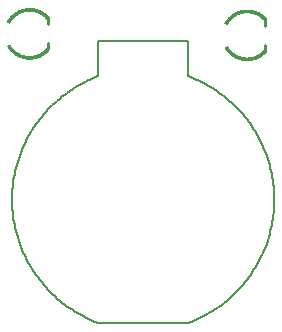
<source format=gbo>
G04 EAGLE Gerber X2 export*
G75*
%MOMM*%
%FSLAX34Y34*%
%LPD*%
%AMOC8*
5,1,8,0,0,1.08239X$1,22.5*%
G01*
%ADD10C,0.025400*%
%ADD11C,0.254000*%
%ADD12C,0.203200*%


D10*
X370736Y533268D02*
X368980Y531804D01*
X368980Y531805D02*
X368679Y532152D01*
X368370Y532492D01*
X368053Y532825D01*
X367728Y533150D01*
X367396Y533467D01*
X367056Y533776D01*
X366708Y534077D01*
X366354Y534370D01*
X365992Y534653D01*
X365624Y534928D01*
X365249Y535195D01*
X364868Y535452D01*
X364481Y535700D01*
X364089Y535938D01*
X363690Y536167D01*
X363286Y536387D01*
X362878Y536597D01*
X362464Y536797D01*
X362045Y536987D01*
X361622Y537166D01*
X361195Y537336D01*
X360764Y537495D01*
X360329Y537644D01*
X359891Y537783D01*
X359450Y537911D01*
X359005Y538028D01*
X358558Y538135D01*
X358109Y538231D01*
X357657Y538316D01*
X357204Y538390D01*
X356748Y538454D01*
X356292Y538506D01*
X355834Y538548D01*
X355376Y538578D01*
X354916Y538598D01*
X354457Y538607D01*
X354456Y540892D01*
X354457Y540893D01*
X354972Y540883D01*
X355487Y540862D01*
X356001Y540828D01*
X356514Y540782D01*
X357026Y540723D01*
X357536Y540652D01*
X358045Y540569D01*
X358551Y540474D01*
X359055Y540366D01*
X359556Y540247D01*
X360054Y540116D01*
X360549Y539972D01*
X361040Y539817D01*
X361528Y539650D01*
X362011Y539471D01*
X362490Y539281D01*
X362964Y539080D01*
X363433Y538867D01*
X363897Y538643D01*
X364356Y538408D01*
X364808Y538161D01*
X365255Y537905D01*
X365695Y537637D01*
X366129Y537359D01*
X366556Y537071D01*
X366976Y536772D01*
X367388Y536463D01*
X367794Y536145D01*
X368191Y535817D01*
X368580Y535480D01*
X368961Y535133D01*
X369334Y534777D01*
X369698Y534413D01*
X370053Y534040D01*
X370399Y533658D01*
X370736Y533268D01*
X370552Y533114D01*
X370219Y533500D01*
X369877Y533877D01*
X369525Y534246D01*
X369165Y534606D01*
X368797Y534958D01*
X368420Y535301D01*
X368035Y535634D01*
X367642Y535959D01*
X367242Y536273D01*
X366834Y536578D01*
X366419Y536874D01*
X365997Y537159D01*
X365568Y537434D01*
X365132Y537698D01*
X364691Y537952D01*
X364243Y538195D01*
X363790Y538428D01*
X363332Y538649D01*
X362868Y538860D01*
X362399Y539059D01*
X361925Y539247D01*
X361448Y539424D01*
X360966Y539589D01*
X360480Y539742D01*
X359991Y539884D01*
X359498Y540014D01*
X359003Y540132D01*
X358505Y540238D01*
X358004Y540333D01*
X357501Y540415D01*
X356997Y540485D01*
X356491Y540543D01*
X355983Y540588D01*
X355475Y540622D01*
X354966Y540643D01*
X354457Y540653D01*
X354457Y540413D01*
X354960Y540404D01*
X355463Y540382D01*
X355966Y540349D01*
X356467Y540304D01*
X356968Y540247D01*
X357466Y540177D01*
X357963Y540096D01*
X358458Y540003D01*
X358951Y539898D01*
X359440Y539781D01*
X359927Y539653D01*
X360411Y539513D01*
X360891Y539361D01*
X361367Y539198D01*
X361840Y539023D01*
X362308Y538837D01*
X362771Y538640D01*
X363230Y538432D01*
X363683Y538213D01*
X364131Y537983D01*
X364574Y537743D01*
X365010Y537492D01*
X365440Y537230D01*
X365864Y536958D01*
X366282Y536677D01*
X366692Y536385D01*
X367095Y536083D01*
X367491Y535772D01*
X367880Y535452D01*
X368260Y535122D01*
X368633Y534783D01*
X368997Y534436D01*
X369353Y534079D01*
X369700Y533715D01*
X370038Y533342D01*
X370368Y532961D01*
X370183Y532807D01*
X369858Y533184D01*
X369523Y533552D01*
X369180Y533913D01*
X368828Y534265D01*
X368468Y534608D01*
X368100Y534943D01*
X367724Y535269D01*
X367340Y535586D01*
X366949Y535893D01*
X366550Y536191D01*
X366144Y536480D01*
X365732Y536758D01*
X365313Y537027D01*
X364888Y537285D01*
X364456Y537533D01*
X364019Y537771D01*
X363576Y537998D01*
X363128Y538215D01*
X362675Y538420D01*
X362217Y538615D01*
X361754Y538799D01*
X361287Y538971D01*
X360816Y539133D01*
X360342Y539283D01*
X359864Y539421D01*
X359383Y539548D01*
X358899Y539664D01*
X358412Y539767D01*
X357923Y539860D01*
X357431Y539940D01*
X356939Y540008D01*
X356444Y540065D01*
X355948Y540110D01*
X355452Y540143D01*
X354954Y540164D01*
X354457Y540173D01*
X354457Y539933D01*
X354949Y539924D01*
X355440Y539903D01*
X355931Y539870D01*
X356421Y539826D01*
X356909Y539770D01*
X357397Y539702D01*
X357882Y539623D01*
X358365Y539532D01*
X358846Y539429D01*
X359325Y539315D01*
X359800Y539190D01*
X360273Y539053D01*
X360742Y538905D01*
X361207Y538745D01*
X361668Y538575D01*
X362126Y538393D01*
X362578Y538201D01*
X363026Y537997D01*
X363469Y537784D01*
X363907Y537559D01*
X364339Y537324D01*
X364765Y537079D01*
X365185Y536823D01*
X365600Y536558D01*
X366007Y536283D01*
X366408Y535998D01*
X366802Y535703D01*
X367189Y535399D01*
X367568Y535086D01*
X367940Y534764D01*
X368304Y534433D01*
X368660Y534094D01*
X369007Y533746D01*
X369347Y533390D01*
X369677Y533026D01*
X369999Y532653D01*
X369814Y532500D01*
X369497Y532867D01*
X369170Y533227D01*
X368835Y533579D01*
X368491Y533923D01*
X368140Y534259D01*
X367780Y534585D01*
X367413Y534904D01*
X367038Y535213D01*
X366655Y535513D01*
X366266Y535804D01*
X365870Y536086D01*
X365467Y536358D01*
X365058Y536620D01*
X364643Y536872D01*
X364221Y537115D01*
X363794Y537347D01*
X363362Y537569D01*
X362924Y537780D01*
X362482Y537981D01*
X362034Y538171D01*
X361583Y538351D01*
X361127Y538519D01*
X360667Y538677D01*
X360204Y538823D01*
X359737Y538958D01*
X359267Y539082D01*
X358794Y539195D01*
X358319Y539297D01*
X357841Y539386D01*
X357362Y539465D01*
X356880Y539532D01*
X356397Y539587D01*
X355913Y539631D01*
X355428Y539663D01*
X354943Y539684D01*
X354457Y539693D01*
X354457Y539453D01*
X354937Y539444D01*
X355417Y539423D01*
X355896Y539392D01*
X356374Y539348D01*
X356851Y539294D01*
X357327Y539227D01*
X357801Y539150D01*
X358272Y539061D01*
X358742Y538961D01*
X359209Y538849D01*
X359673Y538727D01*
X360135Y538593D01*
X360592Y538448D01*
X361047Y538293D01*
X361497Y538126D01*
X361943Y537949D01*
X362385Y537761D01*
X362823Y537563D01*
X363255Y537354D01*
X363682Y537135D01*
X364104Y536905D01*
X364520Y536666D01*
X364931Y536417D01*
X365335Y536158D01*
X365733Y535889D01*
X366124Y535611D01*
X366509Y535323D01*
X366887Y535027D01*
X367257Y534721D01*
X367620Y534407D01*
X367975Y534084D01*
X368323Y533752D01*
X368662Y533413D01*
X368993Y533065D01*
X369316Y532709D01*
X369630Y532346D01*
X369446Y532193D01*
X369135Y532551D01*
X368817Y532902D01*
X368489Y533246D01*
X368154Y533581D01*
X367811Y533909D01*
X367460Y534228D01*
X367101Y534538D01*
X366735Y534840D01*
X366362Y535133D01*
X365982Y535417D01*
X365596Y535692D01*
X365203Y535957D01*
X364803Y536213D01*
X364398Y536460D01*
X363987Y536696D01*
X363570Y536923D01*
X363148Y537139D01*
X362721Y537345D01*
X362289Y537541D01*
X361852Y537727D01*
X361411Y537902D01*
X360967Y538067D01*
X360518Y538220D01*
X360066Y538363D01*
X359610Y538495D01*
X359151Y538617D01*
X358690Y538727D01*
X358226Y538826D01*
X357760Y538913D01*
X357292Y538990D01*
X356822Y539055D01*
X356351Y539110D01*
X355878Y539152D01*
X355405Y539184D01*
X354931Y539204D01*
X354457Y539213D01*
X354457Y538973D01*
X354925Y538964D01*
X355393Y538944D01*
X355861Y538913D01*
X356327Y538871D01*
X356793Y538817D01*
X357257Y538753D01*
X357719Y538677D01*
X358180Y538590D01*
X358638Y538492D01*
X359094Y538384D01*
X359546Y538264D01*
X359996Y538133D01*
X360443Y537992D01*
X360886Y537840D01*
X361326Y537678D01*
X361761Y537505D01*
X362192Y537322D01*
X362619Y537128D01*
X363041Y536924D01*
X363458Y536710D01*
X363869Y536487D01*
X364275Y536253D01*
X364676Y536010D01*
X365070Y535757D01*
X365459Y535495D01*
X365840Y535224D01*
X366216Y534943D01*
X366584Y534654D01*
X366946Y534356D01*
X367300Y534049D01*
X367646Y533734D01*
X367986Y533411D01*
X368317Y533079D01*
X368640Y532740D01*
X368955Y532393D01*
X369261Y532039D01*
X369077Y531885D01*
X368774Y532235D01*
X368463Y532578D01*
X368144Y532913D01*
X367817Y533240D01*
X367482Y533559D01*
X367140Y533870D01*
X366790Y534173D01*
X366433Y534467D01*
X366069Y534753D01*
X365699Y535030D01*
X365321Y535298D01*
X364938Y535557D01*
X364548Y535807D01*
X364153Y536047D01*
X363752Y536277D01*
X363345Y536498D01*
X362934Y536709D01*
X362517Y536911D01*
X362096Y537102D01*
X361670Y537283D01*
X361240Y537454D01*
X360806Y537614D01*
X360368Y537764D01*
X359927Y537904D01*
X359483Y538032D01*
X359036Y538151D01*
X358586Y538258D01*
X358133Y538355D01*
X357679Y538440D01*
X357222Y538515D01*
X356764Y538579D01*
X356304Y538632D01*
X355843Y538674D01*
X355382Y538704D01*
X354919Y538724D01*
X354457Y538733D01*
X354204Y540892D02*
X354204Y538606D01*
X354203Y538607D02*
X353738Y538598D01*
X353273Y538578D01*
X352809Y538547D01*
X352346Y538504D01*
X351884Y538450D01*
X351423Y538385D01*
X350964Y538309D01*
X350507Y538222D01*
X350052Y538124D01*
X349600Y538014D01*
X349150Y537894D01*
X348704Y537763D01*
X348261Y537621D01*
X347821Y537468D01*
X347386Y537305D01*
X346954Y537131D01*
X346527Y536947D01*
X346104Y536753D01*
X345686Y536548D01*
X345273Y536333D01*
X344866Y536108D01*
X344464Y535874D01*
X344068Y535630D01*
X343678Y535376D01*
X343294Y535113D01*
X342917Y534840D01*
X342547Y534559D01*
X342183Y534269D01*
X341827Y533970D01*
X341478Y533662D01*
X341136Y533346D01*
X340802Y533022D01*
X340477Y532689D01*
X340159Y532349D01*
X339850Y532002D01*
X339549Y531647D01*
X339257Y531285D01*
X338974Y530915D01*
X338700Y530539D01*
X338435Y530157D01*
X338179Y529768D01*
X337933Y529373D01*
X337697Y528972D01*
X337470Y528566D01*
X335453Y529641D01*
X335453Y529642D01*
X335707Y530097D01*
X335971Y530547D01*
X336247Y530989D01*
X336533Y531425D01*
X336830Y531854D01*
X337136Y532276D01*
X337454Y532690D01*
X337781Y533096D01*
X338118Y533494D01*
X338464Y533883D01*
X338820Y534265D01*
X339185Y534637D01*
X339559Y535000D01*
X339941Y535355D01*
X340332Y535700D01*
X340732Y536035D01*
X341139Y536360D01*
X341554Y536676D01*
X341977Y536981D01*
X342407Y537276D01*
X342844Y537560D01*
X343288Y537834D01*
X343738Y538097D01*
X344195Y538349D01*
X344657Y538589D01*
X345126Y538819D01*
X345599Y539037D01*
X346078Y539243D01*
X346562Y539438D01*
X347050Y539620D01*
X347543Y539791D01*
X348040Y539950D01*
X348540Y540097D01*
X349044Y540232D01*
X349551Y540354D01*
X350060Y540464D01*
X350573Y540561D01*
X351087Y540646D01*
X351604Y540719D01*
X352121Y540779D01*
X352641Y540826D01*
X353161Y540861D01*
X353682Y540883D01*
X354203Y540893D01*
X354203Y540653D01*
X353688Y540643D01*
X353173Y540621D01*
X352658Y540587D01*
X352145Y540540D01*
X351633Y540481D01*
X351122Y540409D01*
X350614Y540325D01*
X350107Y540228D01*
X349603Y540120D01*
X349102Y539999D01*
X348604Y539866D01*
X348109Y539721D01*
X347618Y539563D01*
X347131Y539394D01*
X346649Y539214D01*
X346170Y539021D01*
X345697Y538817D01*
X345228Y538602D01*
X344765Y538375D01*
X344308Y538137D01*
X343857Y537888D01*
X343411Y537628D01*
X342973Y537358D01*
X342540Y537077D01*
X342115Y536785D01*
X341697Y536483D01*
X341287Y536171D01*
X340884Y535849D01*
X340489Y535518D01*
X340103Y535177D01*
X339724Y534827D01*
X339355Y534467D01*
X338994Y534099D01*
X338642Y533722D01*
X338299Y533337D01*
X337966Y532943D01*
X337643Y532542D01*
X337329Y532133D01*
X337026Y531716D01*
X336733Y531292D01*
X336450Y530861D01*
X336177Y530423D01*
X335916Y529979D01*
X335665Y529529D01*
X335876Y529416D01*
X336124Y529861D01*
X336383Y530300D01*
X336652Y530733D01*
X336932Y531159D01*
X337222Y531578D01*
X337522Y531990D01*
X337832Y532394D01*
X338152Y532791D01*
X338481Y533180D01*
X338820Y533561D01*
X339168Y533934D01*
X339524Y534298D01*
X339890Y534653D01*
X340264Y534999D01*
X340646Y535336D01*
X341036Y535664D01*
X341435Y535982D01*
X341840Y536290D01*
X342254Y536589D01*
X342674Y536877D01*
X343101Y537155D01*
X343535Y537423D01*
X343975Y537679D01*
X344421Y537926D01*
X344873Y538161D01*
X345331Y538385D01*
X345794Y538598D01*
X346262Y538800D01*
X346735Y538990D01*
X347212Y539169D01*
X347694Y539336D01*
X348179Y539491D01*
X348668Y539634D01*
X349161Y539766D01*
X349656Y539886D01*
X350154Y539993D01*
X350655Y540088D01*
X351158Y540172D01*
X351662Y540243D01*
X352169Y540301D01*
X352676Y540348D01*
X353185Y540382D01*
X353694Y540403D01*
X354203Y540413D01*
X354203Y540173D01*
X353700Y540163D01*
X353196Y540142D01*
X352694Y540108D01*
X352192Y540062D01*
X351692Y540004D01*
X351193Y539934D01*
X350696Y539852D01*
X350201Y539758D01*
X349709Y539651D01*
X349219Y539533D01*
X348732Y539403D01*
X348249Y539261D01*
X347769Y539108D01*
X347293Y538943D01*
X346821Y538766D01*
X346354Y538578D01*
X345892Y538379D01*
X345434Y538168D01*
X344981Y537946D01*
X344535Y537714D01*
X344093Y537471D01*
X343658Y537217D01*
X343230Y536952D01*
X342807Y536678D01*
X342392Y536393D01*
X341984Y536098D01*
X341582Y535793D01*
X341189Y535479D01*
X340803Y535155D01*
X340425Y534822D01*
X340055Y534479D01*
X339694Y534128D01*
X339342Y533768D01*
X338998Y533400D01*
X338663Y533024D01*
X338338Y532639D01*
X338022Y532247D01*
X337715Y531847D01*
X337419Y531440D01*
X337132Y531026D01*
X336855Y530605D01*
X336589Y530177D01*
X336333Y529743D01*
X336088Y529303D01*
X336300Y529190D01*
X336542Y529625D01*
X336795Y530054D01*
X337058Y530476D01*
X337332Y530893D01*
X337615Y531302D01*
X337908Y531704D01*
X338211Y532099D01*
X338523Y532487D01*
X338845Y532867D01*
X339176Y533239D01*
X339516Y533603D01*
X339864Y533959D01*
X340221Y534306D01*
X340586Y534644D01*
X340960Y534973D01*
X341341Y535293D01*
X341730Y535604D01*
X342127Y535905D01*
X342530Y536196D01*
X342941Y536478D01*
X343358Y536750D01*
X343782Y537011D01*
X344212Y537262D01*
X344648Y537502D01*
X345089Y537732D01*
X345537Y537951D01*
X345989Y538159D01*
X346446Y538356D01*
X346908Y538542D01*
X347374Y538717D01*
X347844Y538880D01*
X348319Y539032D01*
X348796Y539172D01*
X349277Y539300D01*
X349761Y539417D01*
X350248Y539522D01*
X350737Y539616D01*
X351228Y539697D01*
X351721Y539766D01*
X352216Y539824D01*
X352711Y539869D01*
X353208Y539902D01*
X353706Y539923D01*
X354203Y539933D01*
X354203Y539693D01*
X353712Y539684D01*
X353220Y539663D01*
X352729Y539630D01*
X352239Y539585D01*
X351751Y539528D01*
X351263Y539459D01*
X350778Y539379D01*
X350295Y539287D01*
X349814Y539183D01*
X349336Y539068D01*
X348860Y538941D01*
X348388Y538802D01*
X347920Y538652D01*
X347455Y538491D01*
X346994Y538318D01*
X346538Y538134D01*
X346086Y537940D01*
X345639Y537734D01*
X345197Y537518D01*
X344761Y537291D01*
X344330Y537053D01*
X343905Y536805D01*
X343487Y536547D01*
X343074Y536279D01*
X342669Y536000D01*
X342270Y535712D01*
X341878Y535415D01*
X341494Y535108D01*
X341117Y534791D01*
X340748Y534466D01*
X340387Y534132D01*
X340034Y533789D01*
X339689Y533438D01*
X339354Y533078D01*
X339027Y532710D01*
X338709Y532335D01*
X338400Y531952D01*
X338101Y531562D01*
X337811Y531164D01*
X337531Y530759D01*
X337261Y530348D01*
X337001Y529931D01*
X336751Y529507D01*
X336512Y529077D01*
X336724Y528964D01*
X336960Y529389D01*
X337207Y529807D01*
X337464Y530220D01*
X337731Y530626D01*
X338008Y531026D01*
X338294Y531419D01*
X338590Y531804D01*
X338895Y532183D01*
X339209Y532554D01*
X339532Y532917D01*
X339863Y533272D01*
X340204Y533619D01*
X340552Y533958D01*
X340909Y534288D01*
X341274Y534610D01*
X341646Y534922D01*
X342026Y535226D01*
X342413Y535520D01*
X342807Y535804D01*
X343208Y536079D01*
X343615Y536344D01*
X344029Y536599D01*
X344449Y536844D01*
X344874Y537079D01*
X345305Y537303D01*
X345742Y537517D01*
X346184Y537720D01*
X346630Y537913D01*
X347081Y538094D01*
X347536Y538265D01*
X347995Y538424D01*
X348458Y538572D01*
X348924Y538709D01*
X349394Y538835D01*
X349867Y538949D01*
X350342Y539052D01*
X350819Y539143D01*
X351299Y539222D01*
X351780Y539290D01*
X352263Y539346D01*
X352747Y539390D01*
X353232Y539423D01*
X353717Y539444D01*
X354203Y539453D01*
X354203Y539213D01*
X353723Y539204D01*
X353244Y539183D01*
X352765Y539151D01*
X352286Y539107D01*
X351809Y539052D01*
X351334Y538985D01*
X350860Y538906D01*
X350389Y538816D01*
X349919Y538715D01*
X349452Y538602D01*
X348989Y538478D01*
X348528Y538343D01*
X348071Y538196D01*
X347617Y538039D01*
X347167Y537870D01*
X346722Y537691D01*
X346281Y537501D01*
X345845Y537300D01*
X345413Y537089D01*
X344987Y536867D01*
X344567Y536636D01*
X344152Y536394D01*
X343744Y536141D01*
X343341Y535880D01*
X342945Y535608D01*
X342556Y535327D01*
X342173Y535036D01*
X341798Y534737D01*
X341430Y534428D01*
X341070Y534111D01*
X340718Y533784D01*
X340374Y533450D01*
X340037Y533107D01*
X339710Y532756D01*
X339391Y532397D01*
X339080Y532031D01*
X338779Y531657D01*
X338487Y531276D01*
X338204Y530888D01*
X337931Y530493D01*
X337667Y530092D01*
X337413Y529684D01*
X337169Y529271D01*
X336935Y528851D01*
X337147Y528738D01*
X337378Y529152D01*
X337619Y529561D01*
X337870Y529964D01*
X338130Y530360D01*
X338400Y530750D01*
X338680Y531133D01*
X338968Y531509D01*
X339266Y531879D01*
X339572Y532241D01*
X339888Y532595D01*
X340211Y532942D01*
X340543Y533280D01*
X340884Y533611D01*
X341232Y533933D01*
X341587Y534247D01*
X341951Y534551D01*
X342321Y534847D01*
X342699Y535134D01*
X343083Y535412D01*
X343475Y535680D01*
X343872Y535939D01*
X344276Y536188D01*
X344685Y536427D01*
X345101Y536656D01*
X345521Y536875D01*
X345947Y537083D01*
X346378Y537282D01*
X346814Y537469D01*
X347254Y537647D01*
X347698Y537813D01*
X348146Y537968D01*
X348598Y538113D01*
X349053Y538247D01*
X349511Y538369D01*
X349972Y538481D01*
X350435Y538581D01*
X350901Y538670D01*
X351369Y538747D01*
X351839Y538813D01*
X352310Y538868D01*
X352782Y538912D01*
X353255Y538943D01*
X353729Y538964D01*
X354203Y538973D01*
X354203Y538733D01*
X353735Y538724D01*
X353267Y538704D01*
X352800Y538672D01*
X352333Y538629D01*
X351868Y538575D01*
X351404Y538510D01*
X350942Y538433D01*
X350482Y538345D01*
X350024Y538246D01*
X349569Y538136D01*
X349117Y538015D01*
X348667Y537883D01*
X348221Y537741D01*
X347779Y537587D01*
X347340Y537423D01*
X346906Y537248D01*
X346476Y537062D01*
X346050Y536867D01*
X345629Y536660D01*
X345214Y536444D01*
X344804Y536218D01*
X344399Y535982D01*
X344001Y535736D01*
X343608Y535481D01*
X343222Y535216D01*
X342842Y534942D01*
X342469Y534658D01*
X342103Y534366D01*
X341744Y534065D01*
X341393Y533755D01*
X341049Y533437D01*
X340713Y533111D01*
X340385Y532776D01*
X340066Y532434D01*
X339754Y532084D01*
X339451Y531727D01*
X339158Y531362D01*
X338872Y530990D01*
X338597Y530612D01*
X338330Y530227D01*
X338073Y529835D01*
X337825Y529438D01*
X337587Y529034D01*
X337359Y528625D01*
X354456Y497968D02*
X354456Y500254D01*
X354457Y500253D02*
X354925Y500262D01*
X355393Y500283D01*
X355861Y500314D01*
X356328Y500357D01*
X356793Y500412D01*
X357257Y500478D01*
X357719Y500555D01*
X358179Y500643D01*
X358637Y500743D01*
X359093Y500854D01*
X359545Y500976D01*
X359994Y501109D01*
X360440Y501253D01*
X360883Y501407D01*
X361321Y501573D01*
X361755Y501749D01*
X362185Y501936D01*
X362610Y502133D01*
X363030Y502340D01*
X363445Y502558D01*
X363855Y502786D01*
X364259Y503023D01*
X364657Y503271D01*
X365048Y503528D01*
X365434Y503795D01*
X365813Y504071D01*
X366184Y504356D01*
X366549Y504650D01*
X366907Y504953D01*
X367257Y505265D01*
X367599Y505585D01*
X367933Y505913D01*
X368259Y506249D01*
X368577Y506594D01*
X368887Y506946D01*
X370631Y505469D01*
X370632Y505469D01*
X370285Y505074D01*
X369929Y504688D01*
X369564Y504311D01*
X369189Y503942D01*
X368806Y503583D01*
X368413Y503234D01*
X368013Y502894D01*
X367604Y502564D01*
X367187Y502244D01*
X366763Y501935D01*
X366331Y501636D01*
X365892Y501347D01*
X365446Y501070D01*
X364993Y500803D01*
X364534Y500548D01*
X364069Y500304D01*
X363598Y500071D01*
X363121Y499850D01*
X362639Y499641D01*
X362152Y499443D01*
X361661Y499258D01*
X361165Y499084D01*
X360665Y498923D01*
X360161Y498774D01*
X359654Y498638D01*
X359143Y498514D01*
X358630Y498402D01*
X358114Y498303D01*
X357596Y498217D01*
X357076Y498143D01*
X356554Y498083D01*
X356031Y498035D01*
X355507Y497999D01*
X354982Y497977D01*
X354457Y497967D01*
X354457Y498207D01*
X354976Y498217D01*
X355495Y498239D01*
X356013Y498274D01*
X356530Y498321D01*
X357046Y498382D01*
X357560Y498454D01*
X358073Y498540D01*
X358583Y498637D01*
X359090Y498748D01*
X359595Y498870D01*
X360097Y499005D01*
X360595Y499153D01*
X361089Y499312D01*
X361579Y499483D01*
X362065Y499667D01*
X362546Y499862D01*
X363023Y500069D01*
X363494Y500287D01*
X363960Y500517D01*
X364420Y500759D01*
X364873Y501011D01*
X365321Y501275D01*
X365762Y501549D01*
X366196Y501834D01*
X366623Y502130D01*
X367043Y502436D01*
X367455Y502752D01*
X367859Y503078D01*
X368255Y503414D01*
X368643Y503760D01*
X369022Y504115D01*
X369392Y504479D01*
X369754Y504852D01*
X370106Y505234D01*
X370449Y505624D01*
X370265Y505779D01*
X369927Y505393D01*
X369579Y505016D01*
X369221Y504647D01*
X368855Y504287D01*
X368480Y503936D01*
X368097Y503595D01*
X367705Y503263D01*
X367306Y502940D01*
X366899Y502628D01*
X366484Y502325D01*
X366062Y502033D01*
X365632Y501751D01*
X365196Y501480D01*
X364754Y501219D01*
X364305Y500970D01*
X363851Y500731D01*
X363390Y500504D01*
X362925Y500288D01*
X362454Y500083D01*
X361978Y499890D01*
X361497Y499709D01*
X361013Y499540D01*
X360524Y499382D01*
X360032Y499237D01*
X359536Y499103D01*
X359037Y498982D01*
X358535Y498873D01*
X358031Y498776D01*
X357525Y498692D01*
X357016Y498620D01*
X356506Y498560D01*
X355995Y498513D01*
X355483Y498479D01*
X354970Y498457D01*
X354457Y498447D01*
X354457Y498687D01*
X354964Y498697D01*
X355471Y498718D01*
X355977Y498753D01*
X356483Y498799D01*
X356987Y498858D01*
X357489Y498929D01*
X357990Y499012D01*
X358488Y499108D01*
X358984Y499216D01*
X359477Y499336D01*
X359967Y499468D01*
X360454Y499612D01*
X360937Y499767D01*
X361416Y499935D01*
X361891Y500114D01*
X362361Y500305D01*
X362826Y500507D01*
X363287Y500720D01*
X363742Y500945D01*
X364191Y501181D01*
X364635Y501428D01*
X365072Y501685D01*
X365503Y501953D01*
X365927Y502232D01*
X366344Y502520D01*
X366754Y502819D01*
X367157Y503128D01*
X367552Y503447D01*
X367939Y503775D01*
X368318Y504113D01*
X368688Y504460D01*
X369050Y504815D01*
X369403Y505180D01*
X369747Y505553D01*
X370082Y505934D01*
X369899Y506089D01*
X369568Y505712D01*
X369228Y505344D01*
X368879Y504984D01*
X368521Y504632D01*
X368155Y504289D01*
X367781Y503956D01*
X367398Y503631D01*
X367008Y503316D01*
X366610Y503011D01*
X366205Y502716D01*
X365792Y502430D01*
X365373Y502155D01*
X364947Y501890D01*
X364515Y501636D01*
X364077Y501392D01*
X363633Y501159D01*
X363183Y500937D01*
X362728Y500726D01*
X362268Y500526D01*
X361803Y500338D01*
X361334Y500160D01*
X360861Y499995D01*
X360383Y499841D01*
X359902Y499699D01*
X359418Y499568D01*
X358931Y499450D01*
X358441Y499343D01*
X357948Y499249D01*
X357454Y499166D01*
X356957Y499096D01*
X356459Y499038D01*
X355959Y498992D01*
X355459Y498958D01*
X354958Y498937D01*
X354457Y498927D01*
X354457Y499167D01*
X354952Y499177D01*
X355447Y499198D01*
X355942Y499231D01*
X356435Y499277D01*
X356927Y499334D01*
X357418Y499404D01*
X357907Y499485D01*
X358393Y499579D01*
X358878Y499684D01*
X359359Y499801D01*
X359838Y499930D01*
X360313Y500070D01*
X360785Y500223D01*
X361252Y500386D01*
X361716Y500561D01*
X362175Y500747D01*
X362630Y500945D01*
X363079Y501153D01*
X363524Y501373D01*
X363962Y501603D01*
X364396Y501844D01*
X364823Y502095D01*
X365243Y502357D01*
X365658Y502629D01*
X366065Y502911D01*
X366466Y503203D01*
X366859Y503505D01*
X367244Y503816D01*
X367622Y504136D01*
X367992Y504466D01*
X368354Y504804D01*
X368708Y505152D01*
X369053Y505508D01*
X369389Y505872D01*
X369716Y506244D01*
X369533Y506399D01*
X369209Y506031D01*
X368877Y505672D01*
X368537Y505320D01*
X368187Y504977D01*
X367830Y504642D01*
X367464Y504317D01*
X367091Y504000D01*
X366710Y503693D01*
X366321Y503395D01*
X365926Y503106D01*
X365523Y502828D01*
X365114Y502559D01*
X364698Y502300D01*
X364276Y502052D01*
X363848Y501814D01*
X363415Y501587D01*
X362976Y501370D01*
X362531Y501164D01*
X362082Y500969D01*
X361629Y500785D01*
X361171Y500612D01*
X360709Y500450D01*
X360243Y500300D01*
X359773Y500161D01*
X359300Y500034D01*
X358825Y499918D01*
X358346Y499814D01*
X357865Y499722D01*
X357382Y499641D01*
X356898Y499572D01*
X356411Y499515D01*
X355924Y499471D01*
X355435Y499438D01*
X354946Y499416D01*
X354457Y499407D01*
X354457Y499647D01*
X354940Y499656D01*
X355423Y499677D01*
X355906Y499710D01*
X356388Y499754D01*
X356868Y499810D01*
X357347Y499878D01*
X357824Y499958D01*
X358299Y500049D01*
X358771Y500152D01*
X359241Y500266D01*
X359708Y500392D01*
X360172Y500529D01*
X360632Y500678D01*
X361089Y500837D01*
X361541Y501008D01*
X361990Y501190D01*
X362433Y501383D01*
X362872Y501586D01*
X363306Y501800D01*
X363734Y502025D01*
X364157Y502260D01*
X364573Y502505D01*
X364984Y502761D01*
X365388Y503026D01*
X365786Y503302D01*
X366177Y503586D01*
X366561Y503881D01*
X366937Y504184D01*
X367306Y504497D01*
X367667Y504819D01*
X368020Y505149D01*
X368365Y505488D01*
X368702Y505835D01*
X369030Y506191D01*
X369349Y506554D01*
X369166Y506709D01*
X368851Y506350D01*
X368527Y505999D01*
X368194Y505656D01*
X367853Y505322D01*
X367505Y504995D01*
X367148Y504678D01*
X366783Y504369D01*
X366412Y504069D01*
X366033Y503778D01*
X365647Y503497D01*
X365254Y503225D01*
X364854Y502963D01*
X364449Y502711D01*
X364037Y502468D01*
X363620Y502236D01*
X363197Y502014D01*
X362768Y501803D01*
X362335Y501602D01*
X361897Y501411D01*
X361454Y501232D01*
X361007Y501063D01*
X360556Y500905D01*
X360102Y500759D01*
X359644Y500623D01*
X359182Y500499D01*
X358718Y500386D01*
X358251Y500284D01*
X357782Y500194D01*
X357311Y500116D01*
X356838Y500049D01*
X356364Y499993D01*
X355888Y499949D01*
X355411Y499917D01*
X354934Y499896D01*
X354457Y499887D01*
X354457Y500127D01*
X354928Y500136D01*
X355400Y500157D01*
X355870Y500189D01*
X356340Y500232D01*
X356809Y500287D01*
X357276Y500353D01*
X357741Y500431D01*
X358204Y500520D01*
X358665Y500620D01*
X359123Y500732D01*
X359579Y500854D01*
X360031Y500988D01*
X360480Y501133D01*
X360926Y501289D01*
X361367Y501455D01*
X361804Y501633D01*
X362237Y501821D01*
X362665Y502019D01*
X363088Y502228D01*
X363505Y502447D01*
X363918Y502676D01*
X364324Y502916D01*
X364725Y503165D01*
X365119Y503424D01*
X365507Y503692D01*
X365888Y503970D01*
X366263Y504257D01*
X366630Y504553D01*
X366990Y504858D01*
X367342Y505172D01*
X367687Y505494D01*
X368023Y505825D01*
X368351Y506163D01*
X368671Y506510D01*
X368983Y506864D01*
X335758Y508671D02*
X337743Y509806D01*
X337742Y509805D02*
X337980Y509407D01*
X338226Y509015D01*
X338483Y508630D01*
X338748Y508250D01*
X339022Y507877D01*
X339306Y507511D01*
X339598Y507152D01*
X339899Y506800D01*
X340208Y506455D01*
X340525Y506118D01*
X340851Y505788D01*
X341184Y505467D01*
X341525Y505153D01*
X341874Y504848D01*
X342229Y504552D01*
X342592Y504264D01*
X342962Y503985D01*
X343338Y503715D01*
X343721Y503454D01*
X344110Y503203D01*
X344504Y502961D01*
X344905Y502728D01*
X345311Y502506D01*
X345722Y502293D01*
X346139Y502090D01*
X346560Y501897D01*
X346985Y501715D01*
X347415Y501543D01*
X347849Y501381D01*
X348287Y501230D01*
X348728Y501089D01*
X349173Y500959D01*
X349620Y500840D01*
X350070Y500732D01*
X350523Y500634D01*
X350978Y500548D01*
X351435Y500473D01*
X351894Y500408D01*
X352354Y500355D01*
X352815Y500313D01*
X353277Y500282D01*
X353740Y500262D01*
X354203Y500253D01*
X354203Y497968D01*
X354203Y497967D01*
X353684Y497977D01*
X353165Y497999D01*
X352647Y498033D01*
X352130Y498080D01*
X351615Y498139D01*
X351101Y498211D01*
X350589Y498295D01*
X350079Y498392D01*
X349571Y498501D01*
X349067Y498622D01*
X348565Y498755D01*
X348067Y498901D01*
X347572Y499058D01*
X347082Y499228D01*
X346595Y499409D01*
X346113Y499602D01*
X345636Y499806D01*
X345165Y500022D01*
X344698Y500249D01*
X344237Y500488D01*
X343782Y500737D01*
X343333Y500998D01*
X342891Y501269D01*
X342455Y501551D01*
X342026Y501843D01*
X341604Y502146D01*
X341190Y502459D01*
X340784Y502781D01*
X340385Y503114D01*
X339994Y503456D01*
X339612Y503807D01*
X339239Y504167D01*
X338874Y504537D01*
X338519Y504915D01*
X338172Y505301D01*
X337835Y505696D01*
X337508Y506099D01*
X337191Y506509D01*
X336883Y506928D01*
X336586Y507353D01*
X336299Y507786D01*
X336023Y508225D01*
X335758Y508671D01*
X335966Y508790D01*
X336228Y508349D01*
X336502Y507915D01*
X336785Y507487D01*
X337079Y507066D01*
X337383Y506653D01*
X337697Y506247D01*
X338021Y505849D01*
X338354Y505458D01*
X338696Y505076D01*
X339048Y504703D01*
X339408Y504337D01*
X339777Y503981D01*
X340155Y503634D01*
X340541Y503296D01*
X340935Y502967D01*
X341337Y502648D01*
X341747Y502339D01*
X342164Y502040D01*
X342588Y501751D01*
X343019Y501472D01*
X343456Y501204D01*
X343900Y500946D01*
X344350Y500700D01*
X344805Y500464D01*
X345267Y500239D01*
X345733Y500026D01*
X346205Y499823D01*
X346681Y499633D01*
X347162Y499454D01*
X347647Y499286D01*
X348136Y499131D01*
X348629Y498987D01*
X349125Y498855D01*
X349624Y498735D01*
X350125Y498627D01*
X350630Y498532D01*
X351136Y498449D01*
X351644Y498378D01*
X352154Y498319D01*
X352665Y498272D01*
X353177Y498238D01*
X353690Y498217D01*
X354203Y498207D01*
X354203Y498447D01*
X353695Y498457D01*
X353189Y498478D01*
X352682Y498512D01*
X352177Y498558D01*
X351673Y498616D01*
X351171Y498686D01*
X350670Y498768D01*
X350172Y498863D01*
X349676Y498969D01*
X349183Y499088D01*
X348693Y499218D01*
X348206Y499360D01*
X347722Y499514D01*
X347243Y499680D01*
X346767Y499857D01*
X346297Y500045D01*
X345830Y500245D01*
X345369Y500456D01*
X344913Y500678D01*
X344462Y500911D01*
X344018Y501155D01*
X343579Y501410D01*
X343146Y501675D01*
X342721Y501951D01*
X342301Y502236D01*
X341889Y502532D01*
X341484Y502838D01*
X341087Y503153D01*
X340698Y503478D01*
X340316Y503812D01*
X339942Y504155D01*
X339577Y504508D01*
X339221Y504869D01*
X338873Y505238D01*
X338535Y505616D01*
X338206Y506002D01*
X337886Y506395D01*
X337575Y506797D01*
X337275Y507205D01*
X336984Y507621D01*
X336704Y508044D01*
X336434Y508473D01*
X336174Y508909D01*
X336383Y509028D01*
X336639Y508597D01*
X336906Y508173D01*
X337183Y507755D01*
X337471Y507344D01*
X337768Y506940D01*
X338074Y506544D01*
X338391Y506154D01*
X338716Y505773D01*
X339051Y505400D01*
X339394Y505035D01*
X339747Y504678D01*
X340107Y504330D01*
X340477Y503990D01*
X340854Y503660D01*
X341239Y503339D01*
X341632Y503027D01*
X342032Y502725D01*
X342439Y502433D01*
X342853Y502150D01*
X343274Y501878D01*
X343702Y501616D01*
X344136Y501364D01*
X344575Y501123D01*
X345021Y500893D01*
X345471Y500673D01*
X345927Y500465D01*
X346388Y500267D01*
X346854Y500081D01*
X347323Y499906D01*
X347797Y499742D01*
X348275Y499590D01*
X348756Y499450D01*
X349241Y499321D01*
X349729Y499204D01*
X350219Y499098D01*
X350711Y499005D01*
X351206Y498923D01*
X351703Y498854D01*
X352201Y498796D01*
X352700Y498751D01*
X353200Y498718D01*
X353701Y498697D01*
X354203Y498687D01*
X354203Y498927D01*
X353707Y498936D01*
X353212Y498957D01*
X352718Y498990D01*
X352224Y499035D01*
X351732Y499092D01*
X351241Y499161D01*
X350752Y499241D01*
X350265Y499334D01*
X349781Y499438D01*
X349299Y499554D01*
X348820Y499681D01*
X348345Y499820D01*
X347872Y499970D01*
X347404Y500132D01*
X346940Y500305D01*
X346480Y500489D01*
X346024Y500684D01*
X345574Y500890D01*
X345128Y501107D01*
X344688Y501335D01*
X344254Y501573D01*
X343825Y501822D01*
X343402Y502081D01*
X342986Y502350D01*
X342577Y502629D01*
X342174Y502918D01*
X341779Y503217D01*
X341391Y503525D01*
X341010Y503842D01*
X340637Y504169D01*
X340273Y504504D01*
X339916Y504848D01*
X339568Y505201D01*
X339228Y505561D01*
X338897Y505930D01*
X338576Y506307D01*
X338263Y506692D01*
X337960Y507084D01*
X337666Y507483D01*
X337383Y507889D01*
X337109Y508302D01*
X336845Y508721D01*
X336591Y509147D01*
X336799Y509266D01*
X337050Y508846D01*
X337311Y508431D01*
X337582Y508023D01*
X337862Y507622D01*
X338152Y507227D01*
X338452Y506840D01*
X338761Y506460D01*
X339079Y506088D01*
X339405Y505723D01*
X339741Y505367D01*
X340085Y505018D01*
X340438Y504678D01*
X340798Y504347D01*
X341166Y504024D01*
X341543Y503711D01*
X341926Y503406D01*
X342317Y503111D01*
X342715Y502826D01*
X343119Y502550D01*
X343530Y502284D01*
X343948Y502028D01*
X344371Y501782D01*
X344801Y501547D01*
X345236Y501322D01*
X345676Y501108D01*
X346121Y500904D01*
X346571Y500711D01*
X347026Y500529D01*
X347485Y500358D01*
X347947Y500198D01*
X348414Y500050D01*
X348884Y499912D01*
X349357Y499786D01*
X349833Y499672D01*
X350312Y499569D01*
X350793Y499478D01*
X351276Y499398D01*
X351761Y499330D01*
X352248Y499274D01*
X352735Y499230D01*
X353224Y499197D01*
X353713Y499176D01*
X354203Y499167D01*
X354203Y499407D01*
X353719Y499416D01*
X353236Y499437D01*
X352753Y499469D01*
X352271Y499513D01*
X351790Y499569D01*
X351311Y499636D01*
X350834Y499714D01*
X350359Y499805D01*
X349886Y499906D01*
X349415Y500019D01*
X348948Y500144D01*
X348483Y500279D01*
X348022Y500426D01*
X347565Y500584D01*
X347112Y500753D01*
X346663Y500933D01*
X346218Y501123D01*
X345778Y501325D01*
X345343Y501537D01*
X344914Y501759D01*
X344489Y501991D01*
X344071Y502234D01*
X343658Y502487D01*
X343252Y502750D01*
X342852Y503022D01*
X342459Y503304D01*
X342073Y503596D01*
X341694Y503897D01*
X341323Y504206D01*
X340959Y504525D01*
X340603Y504852D01*
X340254Y505188D01*
X339914Y505533D01*
X339583Y505885D01*
X339260Y506245D01*
X338946Y506613D01*
X338641Y506988D01*
X338345Y507371D01*
X338058Y507761D01*
X337781Y508157D01*
X337513Y508560D01*
X337256Y508970D01*
X337008Y509385D01*
X337216Y509504D01*
X337461Y509094D01*
X337716Y508689D01*
X337980Y508291D01*
X338254Y507900D01*
X338537Y507515D01*
X338829Y507137D01*
X339131Y506766D01*
X339441Y506402D01*
X339760Y506047D01*
X340088Y505699D01*
X340424Y505359D01*
X340768Y505027D01*
X341119Y504703D01*
X341479Y504389D01*
X341846Y504083D01*
X342221Y503785D01*
X342602Y503498D01*
X342990Y503219D01*
X343385Y502950D01*
X343786Y502690D01*
X344194Y502440D01*
X344607Y502201D01*
X345026Y501971D01*
X345451Y501751D01*
X345880Y501542D01*
X346315Y501343D01*
X346754Y501155D01*
X347198Y500977D01*
X347646Y500810D01*
X348097Y500654D01*
X348553Y500509D01*
X349012Y500375D01*
X349473Y500252D01*
X349938Y500140D01*
X350405Y500040D01*
X350875Y499951D01*
X351346Y499873D01*
X351820Y499807D01*
X352294Y499752D01*
X352770Y499708D01*
X353247Y499677D01*
X353725Y499656D01*
X354203Y499647D01*
X354203Y499887D01*
X353731Y499896D01*
X353259Y499916D01*
X352788Y499948D01*
X352318Y499991D01*
X351849Y500045D01*
X351381Y500111D01*
X350916Y500187D01*
X350452Y500275D01*
X349990Y500375D01*
X349532Y500485D01*
X349075Y500606D01*
X348622Y500739D01*
X348172Y500882D01*
X347726Y501036D01*
X347284Y501201D01*
X346846Y501376D01*
X346412Y501562D01*
X345983Y501759D01*
X345558Y501966D01*
X345139Y502183D01*
X344725Y502410D01*
X344317Y502646D01*
X343914Y502893D01*
X343518Y503150D01*
X343128Y503415D01*
X342744Y503691D01*
X342368Y503975D01*
X341998Y504268D01*
X341635Y504571D01*
X341280Y504882D01*
X340933Y505201D01*
X340593Y505529D01*
X340261Y505865D01*
X339938Y506208D01*
X339622Y506560D01*
X339316Y506919D01*
X339018Y507285D01*
X338729Y507658D01*
X338449Y508038D01*
X338179Y508425D01*
X337918Y508819D01*
X337666Y509218D01*
X337425Y509623D01*
X337633Y509743D01*
X337872Y509342D01*
X338120Y508948D01*
X338378Y508559D01*
X338645Y508177D01*
X338921Y507802D01*
X339207Y507433D01*
X339501Y507071D01*
X339804Y506717D01*
X340115Y506370D01*
X340434Y506031D01*
X340762Y505699D01*
X341098Y505375D01*
X341441Y505060D01*
X341792Y504753D01*
X342150Y504454D01*
X342515Y504165D01*
X342887Y503884D01*
X343266Y503612D01*
X343651Y503349D01*
X344042Y503096D01*
X344440Y502853D01*
X344843Y502619D01*
X345252Y502394D01*
X345666Y502180D01*
X346085Y501976D01*
X346509Y501782D01*
X346937Y501598D01*
X347370Y501425D01*
X347807Y501262D01*
X348247Y501110D01*
X348692Y500969D01*
X349139Y500838D01*
X349590Y500718D01*
X350043Y500609D01*
X350499Y500511D01*
X350957Y500424D01*
X351417Y500348D01*
X351878Y500283D01*
X352341Y500230D01*
X352806Y500187D01*
X353271Y500156D01*
X353736Y500136D01*
X354203Y500127D01*
D11*
X370078Y527304D02*
X370078Y532384D01*
X370078Y511048D02*
X370078Y506476D01*
D10*
X186586Y534538D02*
X184830Y533074D01*
X184830Y533075D02*
X184529Y533422D01*
X184220Y533762D01*
X183903Y534095D01*
X183578Y534420D01*
X183246Y534737D01*
X182906Y535046D01*
X182558Y535347D01*
X182204Y535640D01*
X181842Y535923D01*
X181474Y536198D01*
X181099Y536465D01*
X180718Y536722D01*
X180331Y536970D01*
X179939Y537208D01*
X179540Y537437D01*
X179136Y537657D01*
X178728Y537867D01*
X178314Y538067D01*
X177895Y538257D01*
X177472Y538436D01*
X177045Y538606D01*
X176614Y538765D01*
X176179Y538914D01*
X175741Y539053D01*
X175300Y539181D01*
X174855Y539298D01*
X174408Y539405D01*
X173959Y539501D01*
X173507Y539586D01*
X173054Y539660D01*
X172598Y539724D01*
X172142Y539776D01*
X171684Y539818D01*
X171226Y539848D01*
X170766Y539868D01*
X170307Y539877D01*
X170306Y542162D01*
X170307Y542163D01*
X170822Y542153D01*
X171337Y542132D01*
X171851Y542098D01*
X172364Y542052D01*
X172876Y541993D01*
X173386Y541922D01*
X173895Y541839D01*
X174401Y541744D01*
X174905Y541636D01*
X175406Y541517D01*
X175904Y541386D01*
X176399Y541242D01*
X176890Y541087D01*
X177378Y540920D01*
X177861Y540741D01*
X178340Y540551D01*
X178814Y540350D01*
X179283Y540137D01*
X179747Y539913D01*
X180206Y539678D01*
X180658Y539431D01*
X181105Y539175D01*
X181545Y538907D01*
X181979Y538629D01*
X182406Y538341D01*
X182826Y538042D01*
X183238Y537733D01*
X183644Y537415D01*
X184041Y537087D01*
X184430Y536750D01*
X184811Y536403D01*
X185184Y536047D01*
X185548Y535683D01*
X185903Y535310D01*
X186249Y534928D01*
X186586Y534538D01*
X186402Y534384D01*
X186069Y534770D01*
X185727Y535147D01*
X185375Y535516D01*
X185015Y535876D01*
X184647Y536228D01*
X184270Y536571D01*
X183885Y536904D01*
X183492Y537229D01*
X183092Y537543D01*
X182684Y537848D01*
X182269Y538144D01*
X181847Y538429D01*
X181418Y538704D01*
X180982Y538968D01*
X180541Y539222D01*
X180093Y539465D01*
X179640Y539698D01*
X179182Y539919D01*
X178718Y540130D01*
X178249Y540329D01*
X177775Y540517D01*
X177298Y540694D01*
X176816Y540859D01*
X176330Y541012D01*
X175841Y541154D01*
X175348Y541284D01*
X174853Y541402D01*
X174355Y541508D01*
X173854Y541603D01*
X173351Y541685D01*
X172847Y541755D01*
X172341Y541813D01*
X171833Y541858D01*
X171325Y541892D01*
X170816Y541913D01*
X170307Y541923D01*
X170307Y541683D01*
X170810Y541674D01*
X171313Y541652D01*
X171816Y541619D01*
X172317Y541574D01*
X172818Y541517D01*
X173316Y541447D01*
X173813Y541366D01*
X174308Y541273D01*
X174801Y541168D01*
X175290Y541051D01*
X175777Y540923D01*
X176261Y540783D01*
X176741Y540631D01*
X177217Y540468D01*
X177690Y540293D01*
X178158Y540107D01*
X178621Y539910D01*
X179080Y539702D01*
X179533Y539483D01*
X179981Y539253D01*
X180424Y539013D01*
X180860Y538762D01*
X181290Y538500D01*
X181714Y538228D01*
X182132Y537947D01*
X182542Y537655D01*
X182945Y537353D01*
X183341Y537042D01*
X183730Y536722D01*
X184110Y536392D01*
X184483Y536053D01*
X184847Y535706D01*
X185203Y535349D01*
X185550Y534985D01*
X185888Y534612D01*
X186218Y534231D01*
X186033Y534077D01*
X185708Y534454D01*
X185373Y534822D01*
X185030Y535183D01*
X184678Y535535D01*
X184318Y535878D01*
X183950Y536213D01*
X183574Y536539D01*
X183190Y536856D01*
X182799Y537163D01*
X182400Y537461D01*
X181994Y537750D01*
X181582Y538028D01*
X181163Y538297D01*
X180738Y538555D01*
X180306Y538803D01*
X179869Y539041D01*
X179426Y539268D01*
X178978Y539485D01*
X178525Y539690D01*
X178067Y539885D01*
X177604Y540069D01*
X177137Y540241D01*
X176666Y540403D01*
X176192Y540553D01*
X175714Y540691D01*
X175233Y540818D01*
X174749Y540934D01*
X174262Y541037D01*
X173773Y541130D01*
X173281Y541210D01*
X172789Y541278D01*
X172294Y541335D01*
X171798Y541380D01*
X171302Y541413D01*
X170804Y541434D01*
X170307Y541443D01*
X170307Y541203D01*
X170799Y541194D01*
X171290Y541173D01*
X171781Y541140D01*
X172271Y541096D01*
X172759Y541040D01*
X173247Y540972D01*
X173732Y540893D01*
X174215Y540802D01*
X174696Y540699D01*
X175175Y540585D01*
X175650Y540460D01*
X176123Y540323D01*
X176592Y540175D01*
X177057Y540015D01*
X177518Y539845D01*
X177976Y539663D01*
X178428Y539471D01*
X178876Y539267D01*
X179319Y539054D01*
X179757Y538829D01*
X180189Y538594D01*
X180615Y538349D01*
X181035Y538093D01*
X181450Y537828D01*
X181857Y537553D01*
X182258Y537268D01*
X182652Y536973D01*
X183039Y536669D01*
X183418Y536356D01*
X183790Y536034D01*
X184154Y535703D01*
X184510Y535364D01*
X184857Y535016D01*
X185197Y534660D01*
X185527Y534296D01*
X185849Y533923D01*
X185664Y533770D01*
X185347Y534137D01*
X185020Y534497D01*
X184685Y534849D01*
X184341Y535193D01*
X183990Y535529D01*
X183630Y535855D01*
X183263Y536174D01*
X182888Y536483D01*
X182505Y536783D01*
X182116Y537074D01*
X181720Y537356D01*
X181317Y537628D01*
X180908Y537890D01*
X180493Y538142D01*
X180071Y538385D01*
X179644Y538617D01*
X179212Y538839D01*
X178774Y539050D01*
X178332Y539251D01*
X177884Y539441D01*
X177433Y539621D01*
X176977Y539789D01*
X176517Y539947D01*
X176054Y540093D01*
X175587Y540228D01*
X175117Y540352D01*
X174644Y540465D01*
X174169Y540567D01*
X173691Y540656D01*
X173212Y540735D01*
X172730Y540802D01*
X172247Y540857D01*
X171763Y540901D01*
X171278Y540933D01*
X170793Y540954D01*
X170307Y540963D01*
X170307Y540723D01*
X170787Y540714D01*
X171267Y540693D01*
X171746Y540662D01*
X172224Y540618D01*
X172701Y540564D01*
X173177Y540497D01*
X173651Y540420D01*
X174122Y540331D01*
X174592Y540231D01*
X175059Y540119D01*
X175523Y539997D01*
X175985Y539863D01*
X176442Y539718D01*
X176897Y539563D01*
X177347Y539396D01*
X177793Y539219D01*
X178235Y539031D01*
X178673Y538833D01*
X179105Y538624D01*
X179532Y538405D01*
X179954Y538175D01*
X180370Y537936D01*
X180781Y537687D01*
X181185Y537428D01*
X181583Y537159D01*
X181974Y536881D01*
X182359Y536593D01*
X182737Y536297D01*
X183107Y535991D01*
X183470Y535677D01*
X183825Y535354D01*
X184173Y535022D01*
X184512Y534683D01*
X184843Y534335D01*
X185166Y533979D01*
X185480Y533616D01*
X185296Y533463D01*
X184985Y533821D01*
X184667Y534172D01*
X184339Y534516D01*
X184004Y534851D01*
X183661Y535179D01*
X183310Y535498D01*
X182951Y535808D01*
X182585Y536110D01*
X182212Y536403D01*
X181832Y536687D01*
X181446Y536962D01*
X181053Y537227D01*
X180653Y537483D01*
X180248Y537730D01*
X179837Y537966D01*
X179420Y538193D01*
X178998Y538409D01*
X178571Y538615D01*
X178139Y538811D01*
X177702Y538997D01*
X177261Y539172D01*
X176817Y539337D01*
X176368Y539490D01*
X175916Y539633D01*
X175460Y539765D01*
X175001Y539887D01*
X174540Y539997D01*
X174076Y540096D01*
X173610Y540183D01*
X173142Y540260D01*
X172672Y540325D01*
X172201Y540380D01*
X171728Y540422D01*
X171255Y540454D01*
X170781Y540474D01*
X170307Y540483D01*
X170307Y540243D01*
X170775Y540234D01*
X171243Y540214D01*
X171711Y540183D01*
X172177Y540141D01*
X172643Y540087D01*
X173107Y540023D01*
X173569Y539947D01*
X174030Y539860D01*
X174488Y539762D01*
X174944Y539654D01*
X175396Y539534D01*
X175846Y539403D01*
X176293Y539262D01*
X176736Y539110D01*
X177176Y538948D01*
X177611Y538775D01*
X178042Y538592D01*
X178469Y538398D01*
X178891Y538194D01*
X179308Y537980D01*
X179719Y537757D01*
X180125Y537523D01*
X180526Y537280D01*
X180920Y537027D01*
X181309Y536765D01*
X181690Y536494D01*
X182066Y536213D01*
X182434Y535924D01*
X182796Y535626D01*
X183150Y535319D01*
X183496Y535004D01*
X183836Y534681D01*
X184167Y534349D01*
X184490Y534010D01*
X184805Y533663D01*
X185111Y533309D01*
X184927Y533155D01*
X184624Y533505D01*
X184313Y533848D01*
X183994Y534183D01*
X183667Y534510D01*
X183332Y534829D01*
X182990Y535140D01*
X182640Y535443D01*
X182283Y535737D01*
X181919Y536023D01*
X181549Y536300D01*
X181171Y536568D01*
X180788Y536827D01*
X180398Y537077D01*
X180003Y537317D01*
X179602Y537547D01*
X179195Y537768D01*
X178784Y537979D01*
X178367Y538181D01*
X177946Y538372D01*
X177520Y538553D01*
X177090Y538724D01*
X176656Y538884D01*
X176218Y539034D01*
X175777Y539174D01*
X175333Y539302D01*
X174886Y539421D01*
X174436Y539528D01*
X173983Y539625D01*
X173529Y539710D01*
X173072Y539785D01*
X172614Y539849D01*
X172154Y539902D01*
X171693Y539944D01*
X171232Y539974D01*
X170769Y539994D01*
X170307Y540003D01*
X170054Y542162D02*
X170054Y539876D01*
X170053Y539877D02*
X169588Y539868D01*
X169123Y539848D01*
X168659Y539817D01*
X168196Y539774D01*
X167734Y539720D01*
X167273Y539655D01*
X166814Y539579D01*
X166357Y539492D01*
X165902Y539394D01*
X165450Y539284D01*
X165000Y539164D01*
X164554Y539033D01*
X164111Y538891D01*
X163671Y538738D01*
X163236Y538575D01*
X162804Y538401D01*
X162377Y538217D01*
X161954Y538023D01*
X161536Y537818D01*
X161123Y537603D01*
X160716Y537378D01*
X160314Y537144D01*
X159918Y536900D01*
X159528Y536646D01*
X159144Y536383D01*
X158767Y536110D01*
X158397Y535829D01*
X158033Y535539D01*
X157677Y535240D01*
X157328Y534932D01*
X156986Y534616D01*
X156652Y534292D01*
X156327Y533959D01*
X156009Y533619D01*
X155700Y533272D01*
X155399Y532917D01*
X155107Y532555D01*
X154824Y532185D01*
X154550Y531809D01*
X154285Y531427D01*
X154029Y531038D01*
X153783Y530643D01*
X153547Y530242D01*
X153320Y529836D01*
X151303Y530911D01*
X151303Y530912D01*
X151557Y531367D01*
X151821Y531817D01*
X152097Y532259D01*
X152383Y532695D01*
X152680Y533124D01*
X152986Y533546D01*
X153304Y533960D01*
X153631Y534366D01*
X153968Y534764D01*
X154314Y535153D01*
X154670Y535535D01*
X155035Y535907D01*
X155409Y536270D01*
X155791Y536625D01*
X156182Y536970D01*
X156582Y537305D01*
X156989Y537630D01*
X157404Y537946D01*
X157827Y538251D01*
X158257Y538546D01*
X158694Y538830D01*
X159138Y539104D01*
X159588Y539367D01*
X160045Y539619D01*
X160507Y539859D01*
X160976Y540089D01*
X161449Y540307D01*
X161928Y540513D01*
X162412Y540708D01*
X162900Y540890D01*
X163393Y541061D01*
X163890Y541220D01*
X164390Y541367D01*
X164894Y541502D01*
X165401Y541624D01*
X165910Y541734D01*
X166423Y541831D01*
X166937Y541916D01*
X167454Y541989D01*
X167971Y542049D01*
X168491Y542096D01*
X169011Y542131D01*
X169532Y542153D01*
X170053Y542163D01*
X170053Y541923D01*
X169538Y541913D01*
X169023Y541891D01*
X168508Y541857D01*
X167995Y541810D01*
X167483Y541751D01*
X166972Y541679D01*
X166464Y541595D01*
X165957Y541498D01*
X165453Y541390D01*
X164952Y541269D01*
X164454Y541136D01*
X163959Y540991D01*
X163468Y540833D01*
X162981Y540664D01*
X162499Y540484D01*
X162020Y540291D01*
X161547Y540087D01*
X161078Y539872D01*
X160615Y539645D01*
X160158Y539407D01*
X159707Y539158D01*
X159261Y538898D01*
X158823Y538628D01*
X158390Y538347D01*
X157965Y538055D01*
X157547Y537753D01*
X157137Y537441D01*
X156734Y537119D01*
X156339Y536788D01*
X155953Y536447D01*
X155574Y536097D01*
X155205Y535737D01*
X154844Y535369D01*
X154492Y534992D01*
X154149Y534607D01*
X153816Y534213D01*
X153493Y533812D01*
X153179Y533403D01*
X152876Y532986D01*
X152583Y532562D01*
X152300Y532131D01*
X152027Y531693D01*
X151766Y531249D01*
X151515Y530799D01*
X151726Y530686D01*
X151974Y531131D01*
X152233Y531570D01*
X152502Y532003D01*
X152782Y532429D01*
X153072Y532848D01*
X153372Y533260D01*
X153682Y533664D01*
X154002Y534061D01*
X154331Y534450D01*
X154670Y534831D01*
X155018Y535204D01*
X155374Y535568D01*
X155740Y535923D01*
X156114Y536269D01*
X156496Y536606D01*
X156886Y536934D01*
X157285Y537252D01*
X157690Y537560D01*
X158104Y537859D01*
X158524Y538147D01*
X158951Y538425D01*
X159385Y538693D01*
X159825Y538949D01*
X160271Y539196D01*
X160723Y539431D01*
X161181Y539655D01*
X161644Y539868D01*
X162112Y540070D01*
X162585Y540260D01*
X163062Y540439D01*
X163544Y540606D01*
X164029Y540761D01*
X164518Y540904D01*
X165011Y541036D01*
X165506Y541156D01*
X166004Y541263D01*
X166505Y541358D01*
X167008Y541442D01*
X167512Y541513D01*
X168019Y541571D01*
X168526Y541618D01*
X169035Y541652D01*
X169544Y541673D01*
X170053Y541683D01*
X170053Y541443D01*
X169550Y541433D01*
X169046Y541412D01*
X168544Y541378D01*
X168042Y541332D01*
X167542Y541274D01*
X167043Y541204D01*
X166546Y541122D01*
X166051Y541028D01*
X165559Y540921D01*
X165069Y540803D01*
X164582Y540673D01*
X164099Y540531D01*
X163619Y540378D01*
X163143Y540213D01*
X162671Y540036D01*
X162204Y539848D01*
X161742Y539649D01*
X161284Y539438D01*
X160831Y539216D01*
X160385Y538984D01*
X159943Y538741D01*
X159508Y538487D01*
X159080Y538222D01*
X158657Y537948D01*
X158242Y537663D01*
X157834Y537368D01*
X157432Y537063D01*
X157039Y536749D01*
X156653Y536425D01*
X156275Y536092D01*
X155905Y535749D01*
X155544Y535398D01*
X155192Y535038D01*
X154848Y534670D01*
X154513Y534294D01*
X154188Y533909D01*
X153872Y533517D01*
X153565Y533117D01*
X153269Y532710D01*
X152982Y532296D01*
X152705Y531875D01*
X152439Y531447D01*
X152183Y531013D01*
X151938Y530573D01*
X152150Y530460D01*
X152392Y530895D01*
X152645Y531324D01*
X152908Y531746D01*
X153182Y532163D01*
X153465Y532572D01*
X153758Y532974D01*
X154061Y533369D01*
X154373Y533757D01*
X154695Y534137D01*
X155026Y534509D01*
X155366Y534873D01*
X155714Y535229D01*
X156071Y535576D01*
X156436Y535914D01*
X156810Y536243D01*
X157191Y536563D01*
X157580Y536874D01*
X157977Y537175D01*
X158380Y537466D01*
X158791Y537748D01*
X159208Y538020D01*
X159632Y538281D01*
X160062Y538532D01*
X160498Y538772D01*
X160939Y539002D01*
X161387Y539221D01*
X161839Y539429D01*
X162296Y539626D01*
X162758Y539812D01*
X163224Y539987D01*
X163694Y540150D01*
X164169Y540302D01*
X164646Y540442D01*
X165127Y540570D01*
X165611Y540687D01*
X166098Y540792D01*
X166587Y540886D01*
X167078Y540967D01*
X167571Y541036D01*
X168066Y541094D01*
X168561Y541139D01*
X169058Y541172D01*
X169556Y541193D01*
X170053Y541203D01*
X170053Y540963D01*
X169562Y540954D01*
X169070Y540933D01*
X168579Y540900D01*
X168089Y540855D01*
X167601Y540798D01*
X167113Y540729D01*
X166628Y540649D01*
X166145Y540557D01*
X165664Y540453D01*
X165186Y540338D01*
X164710Y540211D01*
X164238Y540072D01*
X163770Y539922D01*
X163305Y539761D01*
X162844Y539588D01*
X162388Y539404D01*
X161936Y539210D01*
X161489Y539004D01*
X161047Y538788D01*
X160611Y538561D01*
X160180Y538323D01*
X159755Y538075D01*
X159337Y537817D01*
X158924Y537549D01*
X158519Y537270D01*
X158120Y536982D01*
X157728Y536685D01*
X157344Y536378D01*
X156967Y536061D01*
X156598Y535736D01*
X156237Y535402D01*
X155884Y535059D01*
X155539Y534708D01*
X155204Y534348D01*
X154877Y533980D01*
X154559Y533605D01*
X154250Y533222D01*
X153951Y532832D01*
X153661Y532434D01*
X153381Y532029D01*
X153111Y531618D01*
X152851Y531201D01*
X152601Y530777D01*
X152362Y530347D01*
X152574Y530234D01*
X152810Y530659D01*
X153057Y531077D01*
X153314Y531490D01*
X153581Y531896D01*
X153858Y532296D01*
X154144Y532689D01*
X154440Y533074D01*
X154745Y533453D01*
X155059Y533824D01*
X155382Y534187D01*
X155713Y534542D01*
X156054Y534889D01*
X156402Y535228D01*
X156759Y535558D01*
X157124Y535880D01*
X157496Y536192D01*
X157876Y536496D01*
X158263Y536790D01*
X158657Y537074D01*
X159058Y537349D01*
X159465Y537614D01*
X159879Y537869D01*
X160299Y538114D01*
X160724Y538349D01*
X161155Y538573D01*
X161592Y538787D01*
X162034Y538990D01*
X162480Y539183D01*
X162931Y539364D01*
X163386Y539535D01*
X163845Y539694D01*
X164308Y539842D01*
X164774Y539979D01*
X165244Y540105D01*
X165717Y540219D01*
X166192Y540322D01*
X166669Y540413D01*
X167149Y540492D01*
X167630Y540560D01*
X168113Y540616D01*
X168597Y540660D01*
X169082Y540693D01*
X169567Y540714D01*
X170053Y540723D01*
X170053Y540483D01*
X169573Y540474D01*
X169094Y540453D01*
X168615Y540421D01*
X168136Y540377D01*
X167659Y540322D01*
X167184Y540255D01*
X166710Y540176D01*
X166239Y540086D01*
X165769Y539985D01*
X165302Y539872D01*
X164839Y539748D01*
X164378Y539613D01*
X163921Y539466D01*
X163467Y539309D01*
X163017Y539140D01*
X162572Y538961D01*
X162131Y538771D01*
X161695Y538570D01*
X161263Y538359D01*
X160837Y538137D01*
X160417Y537906D01*
X160002Y537664D01*
X159594Y537411D01*
X159191Y537150D01*
X158795Y536878D01*
X158406Y536597D01*
X158023Y536306D01*
X157648Y536007D01*
X157280Y535698D01*
X156920Y535381D01*
X156568Y535054D01*
X156224Y534720D01*
X155887Y534377D01*
X155560Y534026D01*
X155241Y533667D01*
X154930Y533301D01*
X154629Y532927D01*
X154337Y532546D01*
X154054Y532158D01*
X153781Y531763D01*
X153517Y531362D01*
X153263Y530954D01*
X153019Y530541D01*
X152785Y530121D01*
X152997Y530008D01*
X153228Y530422D01*
X153469Y530831D01*
X153720Y531234D01*
X153980Y531630D01*
X154250Y532020D01*
X154530Y532403D01*
X154818Y532779D01*
X155116Y533149D01*
X155422Y533511D01*
X155738Y533865D01*
X156061Y534212D01*
X156393Y534550D01*
X156734Y534881D01*
X157082Y535203D01*
X157437Y535517D01*
X157801Y535821D01*
X158171Y536117D01*
X158549Y536404D01*
X158933Y536682D01*
X159325Y536950D01*
X159722Y537209D01*
X160126Y537458D01*
X160535Y537697D01*
X160951Y537926D01*
X161371Y538145D01*
X161797Y538353D01*
X162228Y538552D01*
X162664Y538739D01*
X163104Y538917D01*
X163548Y539083D01*
X163996Y539238D01*
X164448Y539383D01*
X164903Y539517D01*
X165361Y539639D01*
X165822Y539751D01*
X166285Y539851D01*
X166751Y539940D01*
X167219Y540017D01*
X167689Y540083D01*
X168160Y540138D01*
X168632Y540182D01*
X169105Y540213D01*
X169579Y540234D01*
X170053Y540243D01*
X170053Y540003D01*
X169585Y539994D01*
X169117Y539974D01*
X168650Y539942D01*
X168183Y539899D01*
X167718Y539845D01*
X167254Y539780D01*
X166792Y539703D01*
X166332Y539615D01*
X165874Y539516D01*
X165419Y539406D01*
X164967Y539285D01*
X164517Y539153D01*
X164071Y539011D01*
X163629Y538857D01*
X163190Y538693D01*
X162756Y538518D01*
X162326Y538332D01*
X161900Y538137D01*
X161479Y537930D01*
X161064Y537714D01*
X160654Y537488D01*
X160249Y537252D01*
X159851Y537006D01*
X159458Y536751D01*
X159072Y536486D01*
X158692Y536212D01*
X158319Y535928D01*
X157953Y535636D01*
X157594Y535335D01*
X157243Y535025D01*
X156899Y534707D01*
X156563Y534381D01*
X156235Y534046D01*
X155916Y533704D01*
X155604Y533354D01*
X155301Y532997D01*
X155008Y532632D01*
X154722Y532260D01*
X154447Y531882D01*
X154180Y531497D01*
X153923Y531105D01*
X153675Y530708D01*
X153437Y530304D01*
X153209Y529895D01*
X170306Y499238D02*
X170306Y501524D01*
X170307Y501523D02*
X170775Y501532D01*
X171243Y501553D01*
X171711Y501584D01*
X172178Y501627D01*
X172643Y501682D01*
X173107Y501748D01*
X173569Y501825D01*
X174029Y501913D01*
X174487Y502013D01*
X174943Y502124D01*
X175395Y502246D01*
X175844Y502379D01*
X176290Y502523D01*
X176733Y502677D01*
X177171Y502843D01*
X177605Y503019D01*
X178035Y503206D01*
X178460Y503403D01*
X178880Y503610D01*
X179295Y503828D01*
X179705Y504056D01*
X180109Y504293D01*
X180507Y504541D01*
X180898Y504798D01*
X181284Y505065D01*
X181663Y505341D01*
X182034Y505626D01*
X182399Y505920D01*
X182757Y506223D01*
X183107Y506535D01*
X183449Y506855D01*
X183783Y507183D01*
X184109Y507519D01*
X184427Y507864D01*
X184737Y508216D01*
X186481Y506739D01*
X186482Y506739D01*
X186135Y506344D01*
X185779Y505958D01*
X185414Y505581D01*
X185039Y505212D01*
X184656Y504853D01*
X184263Y504504D01*
X183863Y504164D01*
X183454Y503834D01*
X183037Y503514D01*
X182613Y503205D01*
X182181Y502906D01*
X181742Y502617D01*
X181296Y502340D01*
X180843Y502073D01*
X180384Y501818D01*
X179919Y501574D01*
X179448Y501341D01*
X178971Y501120D01*
X178489Y500911D01*
X178002Y500713D01*
X177511Y500528D01*
X177015Y500354D01*
X176515Y500193D01*
X176011Y500044D01*
X175504Y499908D01*
X174993Y499784D01*
X174480Y499672D01*
X173964Y499573D01*
X173446Y499487D01*
X172926Y499413D01*
X172404Y499353D01*
X171881Y499305D01*
X171357Y499269D01*
X170832Y499247D01*
X170307Y499237D01*
X170307Y499477D01*
X170826Y499487D01*
X171345Y499509D01*
X171863Y499544D01*
X172380Y499591D01*
X172896Y499652D01*
X173410Y499724D01*
X173923Y499810D01*
X174433Y499907D01*
X174940Y500018D01*
X175445Y500140D01*
X175947Y500275D01*
X176445Y500423D01*
X176939Y500582D01*
X177429Y500753D01*
X177915Y500937D01*
X178396Y501132D01*
X178873Y501339D01*
X179344Y501557D01*
X179810Y501787D01*
X180270Y502029D01*
X180723Y502281D01*
X181171Y502545D01*
X181612Y502819D01*
X182046Y503104D01*
X182473Y503400D01*
X182893Y503706D01*
X183305Y504022D01*
X183709Y504348D01*
X184105Y504684D01*
X184493Y505030D01*
X184872Y505385D01*
X185242Y505749D01*
X185604Y506122D01*
X185956Y506504D01*
X186299Y506894D01*
X186115Y507049D01*
X185777Y506663D01*
X185429Y506286D01*
X185071Y505917D01*
X184705Y505557D01*
X184330Y505206D01*
X183947Y504865D01*
X183555Y504533D01*
X183156Y504210D01*
X182749Y503898D01*
X182334Y503595D01*
X181912Y503303D01*
X181482Y503021D01*
X181046Y502750D01*
X180604Y502489D01*
X180155Y502240D01*
X179701Y502001D01*
X179240Y501774D01*
X178775Y501558D01*
X178304Y501353D01*
X177828Y501160D01*
X177347Y500979D01*
X176863Y500810D01*
X176374Y500652D01*
X175882Y500507D01*
X175386Y500373D01*
X174887Y500252D01*
X174385Y500143D01*
X173881Y500046D01*
X173375Y499962D01*
X172866Y499890D01*
X172356Y499830D01*
X171845Y499783D01*
X171333Y499749D01*
X170820Y499727D01*
X170307Y499717D01*
X170307Y499957D01*
X170814Y499967D01*
X171321Y499988D01*
X171827Y500023D01*
X172333Y500069D01*
X172837Y500128D01*
X173339Y500199D01*
X173840Y500282D01*
X174338Y500378D01*
X174834Y500486D01*
X175327Y500606D01*
X175817Y500738D01*
X176304Y500882D01*
X176787Y501037D01*
X177266Y501205D01*
X177741Y501384D01*
X178211Y501575D01*
X178676Y501777D01*
X179137Y501990D01*
X179592Y502215D01*
X180041Y502451D01*
X180485Y502698D01*
X180922Y502955D01*
X181353Y503223D01*
X181777Y503502D01*
X182194Y503790D01*
X182604Y504089D01*
X183007Y504398D01*
X183402Y504717D01*
X183789Y505045D01*
X184168Y505383D01*
X184538Y505730D01*
X184900Y506085D01*
X185253Y506450D01*
X185597Y506823D01*
X185932Y507204D01*
X185749Y507359D01*
X185418Y506982D01*
X185078Y506614D01*
X184729Y506254D01*
X184371Y505902D01*
X184005Y505559D01*
X183631Y505226D01*
X183248Y504901D01*
X182858Y504586D01*
X182460Y504281D01*
X182055Y503986D01*
X181642Y503700D01*
X181223Y503425D01*
X180797Y503160D01*
X180365Y502906D01*
X179927Y502662D01*
X179483Y502429D01*
X179033Y502207D01*
X178578Y501996D01*
X178118Y501796D01*
X177653Y501608D01*
X177184Y501430D01*
X176711Y501265D01*
X176233Y501111D01*
X175752Y500969D01*
X175268Y500838D01*
X174781Y500720D01*
X174291Y500613D01*
X173798Y500519D01*
X173304Y500436D01*
X172807Y500366D01*
X172309Y500308D01*
X171809Y500262D01*
X171309Y500228D01*
X170808Y500207D01*
X170307Y500197D01*
X170307Y500437D01*
X170802Y500447D01*
X171297Y500468D01*
X171792Y500501D01*
X172285Y500547D01*
X172777Y500604D01*
X173268Y500674D01*
X173757Y500755D01*
X174243Y500849D01*
X174728Y500954D01*
X175209Y501071D01*
X175688Y501200D01*
X176163Y501340D01*
X176635Y501493D01*
X177102Y501656D01*
X177566Y501831D01*
X178025Y502017D01*
X178480Y502215D01*
X178929Y502423D01*
X179374Y502643D01*
X179812Y502873D01*
X180246Y503114D01*
X180673Y503365D01*
X181093Y503627D01*
X181508Y503899D01*
X181915Y504181D01*
X182316Y504473D01*
X182709Y504775D01*
X183094Y505086D01*
X183472Y505406D01*
X183842Y505736D01*
X184204Y506074D01*
X184558Y506422D01*
X184903Y506778D01*
X185239Y507142D01*
X185566Y507514D01*
X185383Y507669D01*
X185059Y507301D01*
X184727Y506942D01*
X184387Y506590D01*
X184037Y506247D01*
X183680Y505912D01*
X183314Y505587D01*
X182941Y505270D01*
X182560Y504963D01*
X182171Y504665D01*
X181776Y504376D01*
X181373Y504098D01*
X180964Y503829D01*
X180548Y503570D01*
X180126Y503322D01*
X179698Y503084D01*
X179265Y502857D01*
X178826Y502640D01*
X178381Y502434D01*
X177932Y502239D01*
X177479Y502055D01*
X177021Y501882D01*
X176559Y501720D01*
X176093Y501570D01*
X175623Y501431D01*
X175150Y501304D01*
X174675Y501188D01*
X174196Y501084D01*
X173715Y500992D01*
X173232Y500911D01*
X172748Y500842D01*
X172261Y500785D01*
X171774Y500741D01*
X171285Y500708D01*
X170796Y500686D01*
X170307Y500677D01*
X170307Y500917D01*
X170790Y500926D01*
X171273Y500947D01*
X171756Y500980D01*
X172238Y501024D01*
X172718Y501080D01*
X173197Y501148D01*
X173674Y501228D01*
X174149Y501319D01*
X174621Y501422D01*
X175091Y501536D01*
X175558Y501662D01*
X176022Y501799D01*
X176482Y501948D01*
X176939Y502107D01*
X177391Y502278D01*
X177840Y502460D01*
X178283Y502653D01*
X178722Y502856D01*
X179156Y503070D01*
X179584Y503295D01*
X180007Y503530D01*
X180423Y503775D01*
X180834Y504031D01*
X181238Y504296D01*
X181636Y504572D01*
X182027Y504856D01*
X182411Y505151D01*
X182787Y505454D01*
X183156Y505767D01*
X183517Y506089D01*
X183870Y506419D01*
X184215Y506758D01*
X184552Y507105D01*
X184880Y507461D01*
X185199Y507824D01*
X185016Y507979D01*
X184701Y507620D01*
X184377Y507269D01*
X184044Y506926D01*
X183703Y506592D01*
X183355Y506265D01*
X182998Y505948D01*
X182633Y505639D01*
X182262Y505339D01*
X181883Y505048D01*
X181497Y504767D01*
X181104Y504495D01*
X180704Y504233D01*
X180299Y503981D01*
X179887Y503738D01*
X179470Y503506D01*
X179047Y503284D01*
X178618Y503073D01*
X178185Y502872D01*
X177747Y502681D01*
X177304Y502502D01*
X176857Y502333D01*
X176406Y502175D01*
X175952Y502029D01*
X175494Y501893D01*
X175032Y501769D01*
X174568Y501656D01*
X174101Y501554D01*
X173632Y501464D01*
X173161Y501386D01*
X172688Y501319D01*
X172214Y501263D01*
X171738Y501219D01*
X171261Y501187D01*
X170784Y501166D01*
X170307Y501157D01*
X170307Y501397D01*
X170778Y501406D01*
X171250Y501427D01*
X171720Y501459D01*
X172190Y501502D01*
X172659Y501557D01*
X173126Y501623D01*
X173591Y501701D01*
X174054Y501790D01*
X174515Y501890D01*
X174973Y502002D01*
X175429Y502124D01*
X175881Y502258D01*
X176330Y502403D01*
X176776Y502559D01*
X177217Y502725D01*
X177654Y502903D01*
X178087Y503091D01*
X178515Y503289D01*
X178938Y503498D01*
X179355Y503717D01*
X179768Y503946D01*
X180174Y504186D01*
X180575Y504435D01*
X180969Y504694D01*
X181357Y504962D01*
X181738Y505240D01*
X182113Y505527D01*
X182480Y505823D01*
X182840Y506128D01*
X183192Y506442D01*
X183537Y506764D01*
X183873Y507095D01*
X184201Y507433D01*
X184521Y507780D01*
X184833Y508134D01*
X151608Y509941D02*
X153593Y511076D01*
X153592Y511075D02*
X153830Y510677D01*
X154076Y510285D01*
X154333Y509900D01*
X154598Y509520D01*
X154872Y509147D01*
X155156Y508781D01*
X155448Y508422D01*
X155749Y508070D01*
X156058Y507725D01*
X156375Y507388D01*
X156701Y507058D01*
X157034Y506737D01*
X157375Y506423D01*
X157724Y506118D01*
X158079Y505822D01*
X158442Y505534D01*
X158812Y505255D01*
X159188Y504985D01*
X159571Y504724D01*
X159960Y504473D01*
X160354Y504231D01*
X160755Y503998D01*
X161161Y503776D01*
X161572Y503563D01*
X161989Y503360D01*
X162410Y503167D01*
X162835Y502985D01*
X163265Y502813D01*
X163699Y502651D01*
X164137Y502500D01*
X164578Y502359D01*
X165023Y502229D01*
X165470Y502110D01*
X165920Y502002D01*
X166373Y501904D01*
X166828Y501818D01*
X167285Y501743D01*
X167744Y501678D01*
X168204Y501625D01*
X168665Y501583D01*
X169127Y501552D01*
X169590Y501532D01*
X170053Y501523D01*
X170053Y499238D01*
X170053Y499237D01*
X169534Y499247D01*
X169015Y499269D01*
X168497Y499303D01*
X167980Y499350D01*
X167465Y499409D01*
X166951Y499481D01*
X166439Y499565D01*
X165929Y499662D01*
X165421Y499771D01*
X164917Y499892D01*
X164415Y500025D01*
X163917Y500171D01*
X163422Y500328D01*
X162932Y500498D01*
X162445Y500679D01*
X161963Y500872D01*
X161486Y501076D01*
X161015Y501292D01*
X160548Y501519D01*
X160087Y501758D01*
X159632Y502007D01*
X159183Y502268D01*
X158741Y502539D01*
X158305Y502821D01*
X157876Y503113D01*
X157454Y503416D01*
X157040Y503729D01*
X156634Y504051D01*
X156235Y504384D01*
X155844Y504726D01*
X155462Y505077D01*
X155089Y505437D01*
X154724Y505807D01*
X154369Y506185D01*
X154022Y506571D01*
X153685Y506966D01*
X153358Y507369D01*
X153041Y507779D01*
X152733Y508198D01*
X152436Y508623D01*
X152149Y509056D01*
X151873Y509495D01*
X151608Y509941D01*
X151816Y510060D01*
X152078Y509619D01*
X152352Y509185D01*
X152635Y508757D01*
X152929Y508336D01*
X153233Y507923D01*
X153547Y507517D01*
X153871Y507119D01*
X154204Y506728D01*
X154546Y506346D01*
X154898Y505973D01*
X155258Y505607D01*
X155627Y505251D01*
X156005Y504904D01*
X156391Y504566D01*
X156785Y504237D01*
X157187Y503918D01*
X157597Y503609D01*
X158014Y503310D01*
X158438Y503021D01*
X158869Y502742D01*
X159306Y502474D01*
X159750Y502216D01*
X160200Y501970D01*
X160655Y501734D01*
X161117Y501509D01*
X161583Y501296D01*
X162055Y501093D01*
X162531Y500903D01*
X163012Y500724D01*
X163497Y500556D01*
X163986Y500401D01*
X164479Y500257D01*
X164975Y500125D01*
X165474Y500005D01*
X165975Y499897D01*
X166480Y499802D01*
X166986Y499719D01*
X167494Y499648D01*
X168004Y499589D01*
X168515Y499542D01*
X169027Y499508D01*
X169540Y499487D01*
X170053Y499477D01*
X170053Y499717D01*
X169545Y499727D01*
X169039Y499748D01*
X168532Y499782D01*
X168027Y499828D01*
X167523Y499886D01*
X167021Y499956D01*
X166520Y500038D01*
X166022Y500133D01*
X165526Y500239D01*
X165033Y500358D01*
X164543Y500488D01*
X164056Y500630D01*
X163572Y500784D01*
X163093Y500950D01*
X162617Y501127D01*
X162147Y501315D01*
X161680Y501515D01*
X161219Y501726D01*
X160763Y501948D01*
X160312Y502181D01*
X159868Y502425D01*
X159429Y502680D01*
X158996Y502945D01*
X158571Y503221D01*
X158151Y503506D01*
X157739Y503802D01*
X157334Y504108D01*
X156937Y504423D01*
X156548Y504748D01*
X156166Y505082D01*
X155792Y505425D01*
X155427Y505778D01*
X155071Y506139D01*
X154723Y506508D01*
X154385Y506886D01*
X154056Y507272D01*
X153736Y507665D01*
X153425Y508067D01*
X153125Y508475D01*
X152834Y508891D01*
X152554Y509314D01*
X152284Y509743D01*
X152024Y510179D01*
X152233Y510298D01*
X152489Y509867D01*
X152756Y509443D01*
X153033Y509025D01*
X153321Y508614D01*
X153618Y508210D01*
X153924Y507814D01*
X154241Y507424D01*
X154566Y507043D01*
X154901Y506670D01*
X155244Y506305D01*
X155597Y505948D01*
X155957Y505600D01*
X156327Y505260D01*
X156704Y504930D01*
X157089Y504609D01*
X157482Y504297D01*
X157882Y503995D01*
X158289Y503703D01*
X158703Y503420D01*
X159124Y503148D01*
X159552Y502886D01*
X159986Y502634D01*
X160425Y502393D01*
X160871Y502163D01*
X161321Y501943D01*
X161777Y501735D01*
X162238Y501537D01*
X162704Y501351D01*
X163173Y501176D01*
X163647Y501012D01*
X164125Y500860D01*
X164606Y500720D01*
X165091Y500591D01*
X165579Y500474D01*
X166069Y500368D01*
X166561Y500275D01*
X167056Y500193D01*
X167553Y500124D01*
X168051Y500066D01*
X168550Y500021D01*
X169050Y499988D01*
X169551Y499967D01*
X170053Y499957D01*
X170053Y500197D01*
X169557Y500206D01*
X169062Y500227D01*
X168568Y500260D01*
X168074Y500305D01*
X167582Y500362D01*
X167091Y500431D01*
X166602Y500511D01*
X166115Y500604D01*
X165631Y500708D01*
X165149Y500824D01*
X164670Y500951D01*
X164195Y501090D01*
X163722Y501240D01*
X163254Y501402D01*
X162790Y501575D01*
X162330Y501759D01*
X161874Y501954D01*
X161424Y502160D01*
X160978Y502377D01*
X160538Y502605D01*
X160104Y502843D01*
X159675Y503092D01*
X159252Y503351D01*
X158836Y503620D01*
X158427Y503899D01*
X158024Y504188D01*
X157629Y504487D01*
X157241Y504795D01*
X156860Y505112D01*
X156487Y505439D01*
X156123Y505774D01*
X155766Y506118D01*
X155418Y506471D01*
X155078Y506831D01*
X154747Y507200D01*
X154426Y507577D01*
X154113Y507962D01*
X153810Y508354D01*
X153516Y508753D01*
X153233Y509159D01*
X152959Y509572D01*
X152695Y509991D01*
X152441Y510417D01*
X152649Y510536D01*
X152900Y510116D01*
X153161Y509701D01*
X153432Y509293D01*
X153712Y508892D01*
X154002Y508497D01*
X154302Y508110D01*
X154611Y507730D01*
X154929Y507358D01*
X155255Y506993D01*
X155591Y506637D01*
X155935Y506288D01*
X156288Y505948D01*
X156648Y505617D01*
X157016Y505294D01*
X157393Y504981D01*
X157776Y504676D01*
X158167Y504381D01*
X158565Y504096D01*
X158969Y503820D01*
X159380Y503554D01*
X159798Y503298D01*
X160221Y503052D01*
X160651Y502817D01*
X161086Y502592D01*
X161526Y502378D01*
X161971Y502174D01*
X162421Y501981D01*
X162876Y501799D01*
X163335Y501628D01*
X163797Y501468D01*
X164264Y501320D01*
X164734Y501182D01*
X165207Y501056D01*
X165683Y500942D01*
X166162Y500839D01*
X166643Y500748D01*
X167126Y500668D01*
X167611Y500600D01*
X168098Y500544D01*
X168585Y500500D01*
X169074Y500467D01*
X169563Y500446D01*
X170053Y500437D01*
X170053Y500677D01*
X169569Y500686D01*
X169086Y500707D01*
X168603Y500739D01*
X168121Y500783D01*
X167640Y500839D01*
X167161Y500906D01*
X166684Y500984D01*
X166209Y501075D01*
X165736Y501176D01*
X165265Y501289D01*
X164798Y501414D01*
X164333Y501549D01*
X163872Y501696D01*
X163415Y501854D01*
X162962Y502023D01*
X162513Y502203D01*
X162068Y502393D01*
X161628Y502595D01*
X161193Y502807D01*
X160764Y503029D01*
X160339Y503261D01*
X159921Y503504D01*
X159508Y503757D01*
X159102Y504020D01*
X158702Y504292D01*
X158309Y504574D01*
X157923Y504866D01*
X157544Y505167D01*
X157173Y505476D01*
X156809Y505795D01*
X156453Y506122D01*
X156104Y506458D01*
X155764Y506803D01*
X155433Y507155D01*
X155110Y507515D01*
X154796Y507883D01*
X154491Y508258D01*
X154195Y508641D01*
X153908Y509031D01*
X153631Y509427D01*
X153363Y509830D01*
X153106Y510240D01*
X152858Y510655D01*
X153066Y510774D01*
X153311Y510364D01*
X153566Y509959D01*
X153830Y509561D01*
X154104Y509170D01*
X154387Y508785D01*
X154679Y508407D01*
X154981Y508036D01*
X155291Y507672D01*
X155610Y507317D01*
X155938Y506969D01*
X156274Y506629D01*
X156618Y506297D01*
X156969Y505973D01*
X157329Y505659D01*
X157696Y505353D01*
X158071Y505055D01*
X158452Y504768D01*
X158840Y504489D01*
X159235Y504220D01*
X159636Y503960D01*
X160044Y503710D01*
X160457Y503471D01*
X160876Y503241D01*
X161301Y503021D01*
X161730Y502812D01*
X162165Y502613D01*
X162604Y502425D01*
X163048Y502247D01*
X163496Y502080D01*
X163947Y501924D01*
X164403Y501779D01*
X164862Y501645D01*
X165323Y501522D01*
X165788Y501410D01*
X166255Y501310D01*
X166725Y501221D01*
X167196Y501143D01*
X167670Y501077D01*
X168144Y501022D01*
X168620Y500978D01*
X169097Y500947D01*
X169575Y500926D01*
X170053Y500917D01*
X170053Y501157D01*
X169581Y501166D01*
X169109Y501186D01*
X168638Y501218D01*
X168168Y501261D01*
X167699Y501315D01*
X167231Y501381D01*
X166766Y501457D01*
X166302Y501545D01*
X165840Y501645D01*
X165382Y501755D01*
X164925Y501876D01*
X164472Y502009D01*
X164022Y502152D01*
X163576Y502306D01*
X163134Y502471D01*
X162696Y502646D01*
X162262Y502832D01*
X161833Y503029D01*
X161408Y503236D01*
X160989Y503453D01*
X160575Y503680D01*
X160167Y503916D01*
X159764Y504163D01*
X159368Y504420D01*
X158978Y504685D01*
X158594Y504961D01*
X158218Y505245D01*
X157848Y505538D01*
X157485Y505841D01*
X157130Y506152D01*
X156783Y506471D01*
X156443Y506799D01*
X156111Y507135D01*
X155788Y507478D01*
X155472Y507830D01*
X155166Y508189D01*
X154868Y508555D01*
X154579Y508928D01*
X154299Y509308D01*
X154029Y509695D01*
X153768Y510089D01*
X153516Y510488D01*
X153275Y510893D01*
X153483Y511013D01*
X153722Y510612D01*
X153970Y510218D01*
X154228Y509829D01*
X154495Y509447D01*
X154771Y509072D01*
X155057Y508703D01*
X155351Y508341D01*
X155654Y507987D01*
X155965Y507640D01*
X156284Y507301D01*
X156612Y506969D01*
X156948Y506645D01*
X157291Y506330D01*
X157642Y506023D01*
X158000Y505724D01*
X158365Y505435D01*
X158737Y505154D01*
X159116Y504882D01*
X159501Y504619D01*
X159892Y504366D01*
X160290Y504123D01*
X160693Y503889D01*
X161102Y503664D01*
X161516Y503450D01*
X161935Y503246D01*
X162359Y503052D01*
X162787Y502868D01*
X163220Y502695D01*
X163657Y502532D01*
X164097Y502380D01*
X164542Y502239D01*
X164989Y502108D01*
X165440Y501988D01*
X165893Y501879D01*
X166349Y501781D01*
X166807Y501694D01*
X167267Y501618D01*
X167728Y501553D01*
X168191Y501500D01*
X168656Y501457D01*
X169121Y501426D01*
X169586Y501406D01*
X170053Y501397D01*
D11*
X185928Y528574D02*
X185928Y533654D01*
X185928Y512318D02*
X185928Y507746D01*
D12*
X304700Y514200D02*
X304700Y484400D01*
X304700Y514200D02*
X228700Y514200D01*
X228700Y484400D01*
X228700Y275600D02*
X304700Y275600D01*
X307237Y276562D01*
X309750Y277586D01*
X312236Y278671D01*
X314696Y279816D01*
X317127Y281021D01*
X319528Y282284D01*
X321897Y283606D01*
X324233Y284986D01*
X326535Y286422D01*
X328801Y287914D01*
X331030Y289461D01*
X333221Y291061D01*
X335371Y292715D01*
X337481Y294420D01*
X339549Y296177D01*
X341573Y297984D01*
X343553Y299839D01*
X345486Y301742D01*
X347373Y303692D01*
X349211Y305687D01*
X351000Y307727D01*
X352739Y309810D01*
X354426Y311934D01*
X356062Y314099D01*
X357643Y316303D01*
X359171Y318546D01*
X360643Y320824D01*
X362060Y323138D01*
X363419Y325486D01*
X364721Y327867D01*
X365964Y330278D01*
X367148Y332719D01*
X368272Y335189D01*
X369335Y337685D01*
X370337Y340206D01*
X371278Y342751D01*
X372156Y345318D01*
X372971Y347906D01*
X373722Y350513D01*
X374410Y353137D01*
X375034Y355778D01*
X375592Y358432D01*
X376086Y361100D01*
X376515Y363779D01*
X376878Y366468D01*
X377176Y369165D01*
X377407Y371868D01*
X377573Y374576D01*
X377672Y377287D01*
X377705Y380000D01*
X377672Y382713D01*
X377573Y385424D01*
X377407Y388132D01*
X377176Y390835D01*
X376878Y393532D01*
X376515Y396221D01*
X376086Y398900D01*
X375592Y401568D01*
X375034Y404222D01*
X374410Y406863D01*
X373722Y409487D01*
X372971Y412094D01*
X372156Y414682D01*
X371278Y417249D01*
X370337Y419794D01*
X369335Y422315D01*
X368272Y424811D01*
X367148Y427281D01*
X365964Y429722D01*
X364721Y432133D01*
X363419Y434514D01*
X362060Y436862D01*
X360643Y439176D01*
X359171Y441454D01*
X357643Y443697D01*
X356062Y445901D01*
X354426Y448066D01*
X352739Y450190D01*
X351000Y452273D01*
X349211Y454313D01*
X347373Y456308D01*
X345486Y458258D01*
X343553Y460161D01*
X341573Y462016D01*
X339549Y463823D01*
X337481Y465580D01*
X335371Y467285D01*
X333221Y468939D01*
X331030Y470539D01*
X328801Y472086D01*
X326535Y473578D01*
X324233Y475014D01*
X321897Y476394D01*
X319528Y477716D01*
X317127Y478979D01*
X314696Y480184D01*
X312236Y481329D01*
X309750Y482414D01*
X307237Y483438D01*
X304700Y484400D01*
X228700Y484400D02*
X226163Y483438D01*
X223650Y482414D01*
X221164Y481329D01*
X218704Y480184D01*
X216273Y478979D01*
X213872Y477716D01*
X211503Y476394D01*
X209167Y475014D01*
X206865Y473578D01*
X204599Y472086D01*
X202370Y470539D01*
X200179Y468939D01*
X198029Y467285D01*
X195919Y465580D01*
X193851Y463823D01*
X191827Y462016D01*
X189847Y460161D01*
X187914Y458258D01*
X186027Y456308D01*
X184189Y454313D01*
X182400Y452273D01*
X180661Y450190D01*
X178974Y448066D01*
X177338Y445901D01*
X175757Y443697D01*
X174229Y441454D01*
X172757Y439176D01*
X171340Y436862D01*
X169981Y434514D01*
X168679Y432133D01*
X167436Y429722D01*
X166252Y427281D01*
X165128Y424811D01*
X164065Y422315D01*
X163063Y419794D01*
X162122Y417249D01*
X161244Y414682D01*
X160429Y412094D01*
X159678Y409487D01*
X158990Y406863D01*
X158366Y404222D01*
X157808Y401568D01*
X157314Y398900D01*
X156885Y396221D01*
X156522Y393532D01*
X156224Y390835D01*
X155993Y388132D01*
X155827Y385424D01*
X155728Y382713D01*
X155695Y380000D01*
X155728Y377287D01*
X155827Y374576D01*
X155993Y371868D01*
X156224Y369165D01*
X156522Y366468D01*
X156885Y363779D01*
X157314Y361100D01*
X157808Y358432D01*
X158366Y355778D01*
X158990Y353137D01*
X159678Y350513D01*
X160429Y347906D01*
X161244Y345318D01*
X162122Y342751D01*
X163063Y340206D01*
X164065Y337685D01*
X165128Y335189D01*
X166252Y332719D01*
X167436Y330278D01*
X168679Y327867D01*
X169981Y325486D01*
X171340Y323138D01*
X172757Y320824D01*
X174229Y318546D01*
X175757Y316303D01*
X177338Y314099D01*
X178974Y311934D01*
X180661Y309810D01*
X182400Y307727D01*
X184189Y305687D01*
X186027Y303692D01*
X187914Y301742D01*
X189847Y299839D01*
X191827Y297984D01*
X193851Y296177D01*
X195919Y294420D01*
X198029Y292715D01*
X200179Y291061D01*
X202370Y289461D01*
X204599Y287914D01*
X206865Y286422D01*
X209167Y284986D01*
X211503Y283606D01*
X213872Y282284D01*
X216273Y281021D01*
X218704Y279816D01*
X221164Y278671D01*
X223650Y277586D01*
X226163Y276562D01*
X228700Y275600D01*
M02*

</source>
